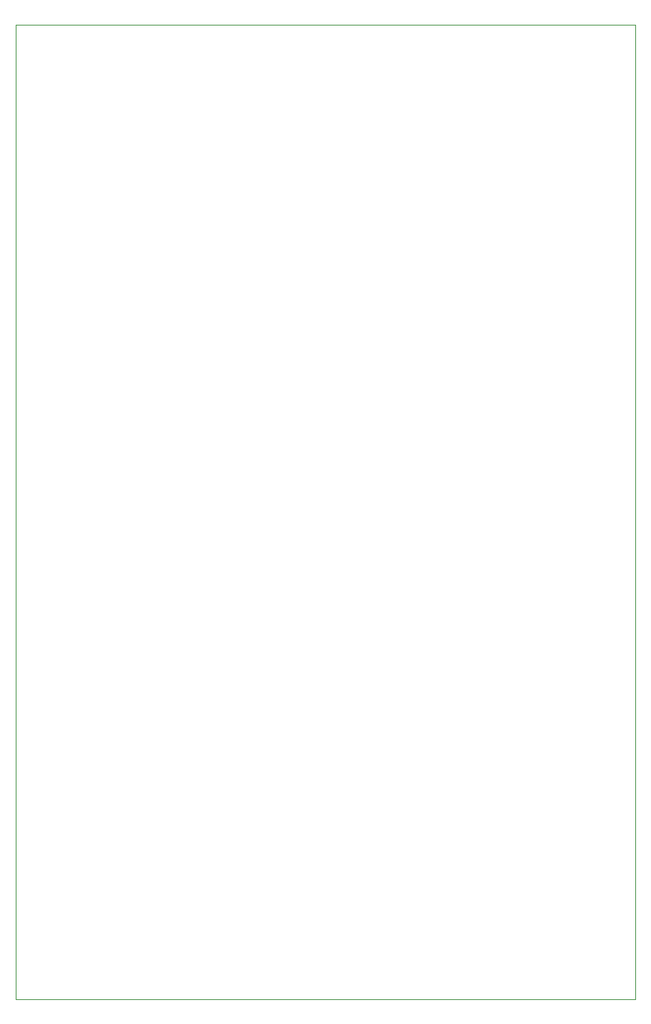
<source format=gbr>
%TF.GenerationSoftware,KiCad,Pcbnew,6.0.2+dfsg-1*%
%TF.CreationDate,2025-01-19T18:01:40+11:00*%
%TF.ProjectId,OLED_DEV_BOARD,4f4c4544-5f44-4455-965f-424f4152442e,rev?*%
%TF.SameCoordinates,Original*%
%TF.FileFunction,Profile,NP*%
%FSLAX46Y46*%
G04 Gerber Fmt 4.6, Leading zero omitted, Abs format (unit mm)*
G04 Created by KiCad (PCBNEW 6.0.2+dfsg-1) date 2025-01-19 18:01:40*
%MOMM*%
%LPD*%
G01*
G04 APERTURE LIST*
%TA.AperFunction,Profile*%
%ADD10C,0.100000*%
%TD*%
G04 APERTURE END LIST*
D10*
X185000000Y-140000000D02*
X115000000Y-140000000D01*
X185000000Y-30000000D02*
X185000000Y-140000000D01*
X115000000Y-30000000D02*
X185000000Y-30000000D01*
X115000000Y-140000000D02*
X115000000Y-30000000D01*
M02*

</source>
